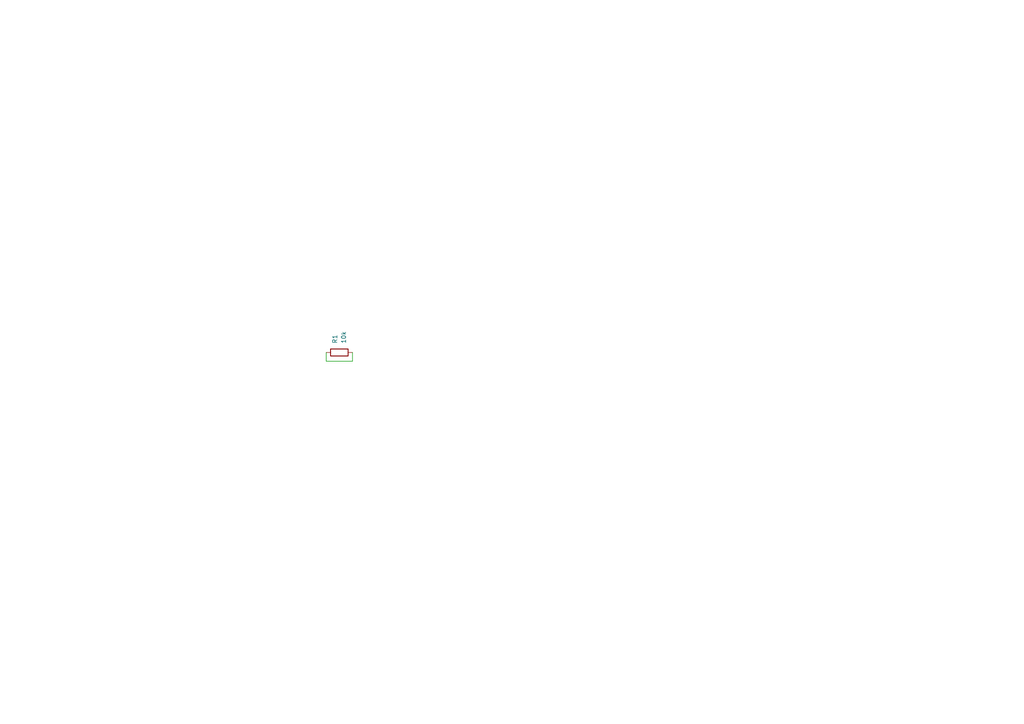
<source format=kicad_sch>
(kicad_sch (version 20250114) (generator "eeschema") (generator_version "9.0")
  (paper "A4")
  (title_block (title "Rotated Resistor 0deg"))
  (lib_symbols
    (symbol "Device:R" (pin_numbers (hide yes)) (pin_names (offset 0))
      (property "Reference" "R" (at 2.032 0 90))
      (property "Value" "R" (at 0 0 90))
      (symbol "R_0_1"
        (rectangle (start -1.016 -2.54) (end 1.016 2.54) (stroke (width 0.254)))
      )
      (symbol "R_1_1"
        (pin passive line (at 0 3.81 270) (length 1.27) (name "~") (number "1"))
        (pin passive line (at 0 -3.81 90) (length 1.27) (name "~") (number "2"))
      )
    )
  )
  (wire (pts (xy 94.615 102.235) (xy 94.615 104.775)))
  (wire (pts (xy 102.235 104.775) (xy 102.235 102.235)))
  (wire (pts (xy 94.615 104.775) (xy 102.235 104.775)))
  (symbol (lib_id "Device:R") (at 98.425 102.235 90) (unit 1)
    (property "Reference" "R1" (at 97.1549 99.695 0) (effects (justify left)))
    (property "Value" "10k" (at 99.6949 99.695 0) (effects (justify left)))
    (property "Description" "Resistor" (effects (hide yes)))
  )
)
</source>
